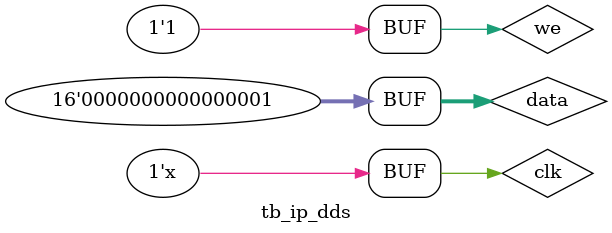
<source format=v>
`timescale 1ns / 1ps


module tb_ip_dds;

	// Inputs
	reg clk;
	reg we;
	reg [15:0] data;

	// Outputs
	wire [15:0] phase_out;
	wire [9:0] cosine;
	wire [9:0] sine;

	// Instantiate the Unit Under Test (UUT)
	ip_dds uut (
		.clk(clk), 
		.we(we), 
		.phase_out(phase_out), 
		.cosine(cosine), 
		.sine(sine), 
		.data(data)
	);

	initial begin
		// Initialize Inputs
		clk = 0;
		we = 0;
		data = 0;

		// Wait 100 ns for global reset to finish
		#100;
		we = 1;
		data = 16'h1;
        
		// Add stimulus here

	end

	always @(clk) #5 clk <= ~clk;
      
endmodule


</source>
